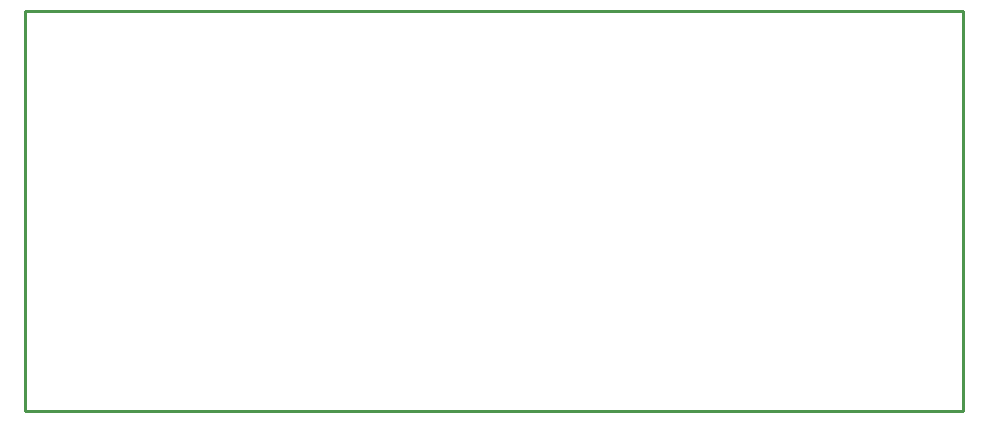
<source format=gko>
%FSTAX23Y23*%
%MOIN*%
%SFA1B1*%

%IPPOS*%
%ADD13C,0.010000*%
%LNpcb1-1*%
%LPD*%
G54D13*
X0527Y0353D02*
Y04865D01*
X02145Y0353D02*
X0527D01*
X02145D02*
Y04865D01*
X0527*
M02*
</source>
